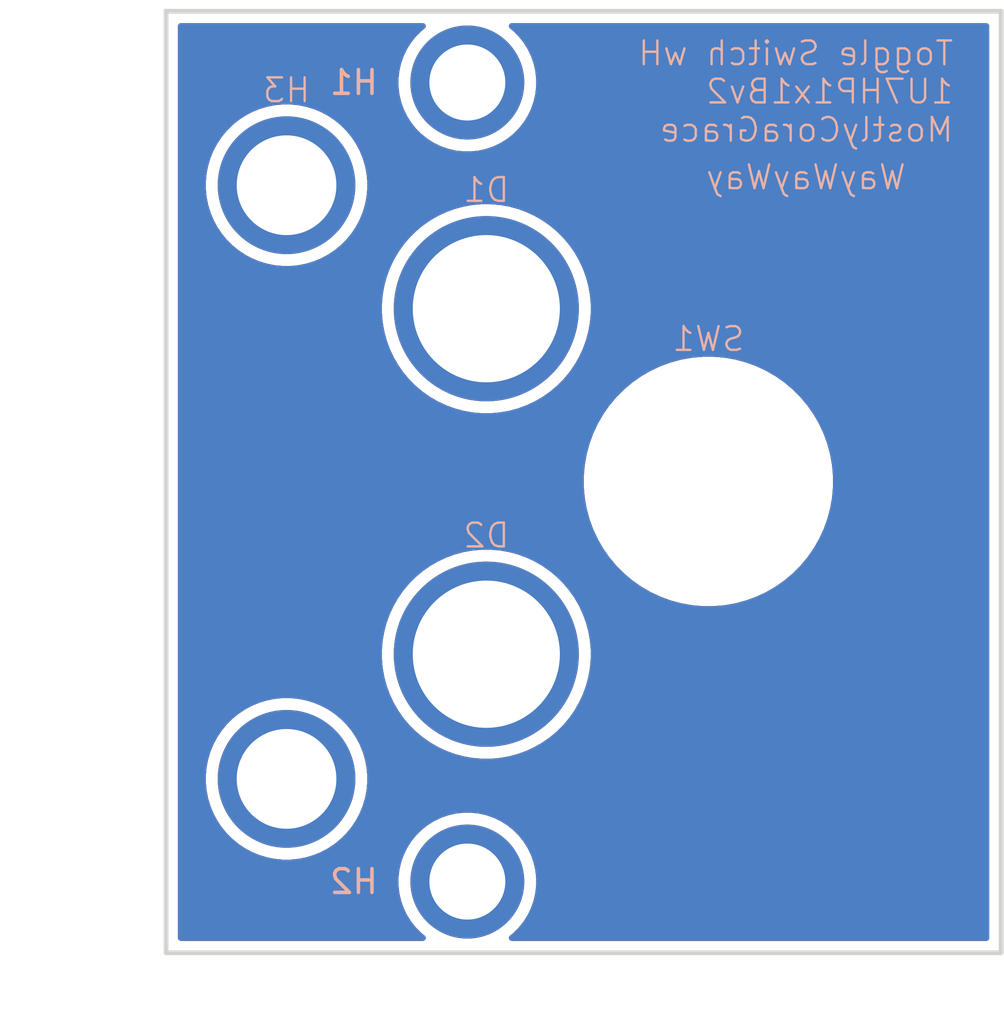
<source format=kicad_pcb>
(kicad_pcb (version 20241229) (generator "pcbnew") (generator_version "9.0")
  (layers (0 "F.Cu" signal) (2 "B.Cu" signal) (13 "F.Paste" user) (15 "B.Paste" user) (5 "F.SilkS" user "F.Silkscreen") (7 "B.SilkS" user "B.Silkscreen") (1 "F.Mask" user) (3 "B.Mask" user) (25 "Edge.Cuts" user))
  (net 0 "")
  (footprint "EXC:MountingHole_3.2mm_M3" (layer "F.Cu") (at 12.7 5.425)
    (property "Reference" "H1" (at -3.683 0 0) (layer "B.SilkS") (effects (justify left mirror)))
    (property "Value" "Eurorack_M3_MountingHole")
    (pad "" thru_hole circle (at 0 0) (size 4.8 4.8) (drill 3.2) (layers "*.Cu" "*.Mask"))
  )
  (footprint "EXC:6mm_Panel_Mount_LED" (layer "F.Cu") (at 13.5 14.95)
    (property "Reference" "D1" (at 0 -5 0) (layer "B.SilkS") (effects (font (thickness 0.1)) (justify mirror)))
    (property "Value" "6mm_Panel_Mount_LED")
    (pad "" thru_hole circle (at 0 0) (size 7.8 7.8) (drill 6.2) (layers "*.Cu" "*.Mask"))
  )
  (footprint "EXC:MountingHole_3.2mm_M3" (layer "F.Cu") (at 12.7 39.075)
    (property "Reference" "H2" (at -3.683 0 0) (layer "B.SilkS") (effects (justify left mirror)))
    (property "Value" "Eurorack_M3_MountingHole")
    (pad "" thru_hole circle (at 0 0) (size 4.8 4.8) (drill 3.2) (layers "*.Cu" "*.Mask"))
  )
  (footprint "EXC:SW_M6-M6.35_Panel_Mount_Hole" (layer "F.Cu") (at 22.86 22.225)
    (property "Reference" "SW1" (at 0 -6 0) (layer "B.SilkS") (effects (font (thickness 0.1)) (justify mirror)))
    (property "Value" "SW_M6/M6.35_Panel_Mount_Hole")
    (pad "" np_thru_hole circle (at 0 0) (size 10 10) (drill 10) (layers "*.Cu" "*.Mask"))
  )
  (footprint "EXC:Handle_1UM3P25_A" (layer "F.Cu") (at 5.08 9.75)
    (property "Reference" "H3" (at 0 -4 0) (layer "B.SilkS") (effects (font (thickness 0.1)) (justify mirror)))
    (property "Value" "Handle_1UM3P25_PanelMount_A")
    (pad "" thru_hole circle (at 0 0) (size 5.8 5.8) (drill 4.2) (layers "*.Cu" "*.Mask"))
    (pad "" thru_hole circle (at 0 25) (size 5.8 5.8) (drill 4.2) (layers "*.Cu" "*.Mask"))
  )
  (footprint "EXC:6mm_Panel_Mount_LED" (layer "F.Cu") (at 13.5 29.5)
    (property "Reference" "D2" (at 0 -5 0) (layer "B.SilkS") (effects (font (thickness 0.1)) (justify mirror)))
    (property "Value" "6mm_Panel_Mount_LED")
    (pad "" thru_hole circle (at 0 0) (size 7.8 7.8) (drill 6.2) (layers "*.Cu" "*.Mask"))
  )
  (gr_rect (start 0 2.425) (end 35.2 42.075) (stroke (width 0.2)) (fill no) (layer "Edge.Cuts"))
  (gr_text "Toggle Switch wH\n1U7HP1x1Bv2\nMostlyCoraGrace" (at 33.25 8 0) (layer "B.SilkS") (effects (font (size 1 1) (thickness 0.1)) (justify left bottom mirror)))
  (gr_text "WayWayWay" (at 31.25 10 0) (layer "B.SilkS") (effects (font (size 1 1) (thickness 0.1)) (justify left bottom mirror)))
  (zone (net 0) (net_name "") (layers "F.Cu" "B.Cu") (connect_pads (clearance 0.5)) (min_thickness 0.25) (fill yes (thermal_gap 0.5) (thermal_bridge_width 0.5) (island_removal_mode 1) (island_area_min 10))
    (polygon (pts (xy 0 2.5) (xy 35.25 2.5) (xy 35.25 42) (xy 0 42)))
  )
)
</source>
